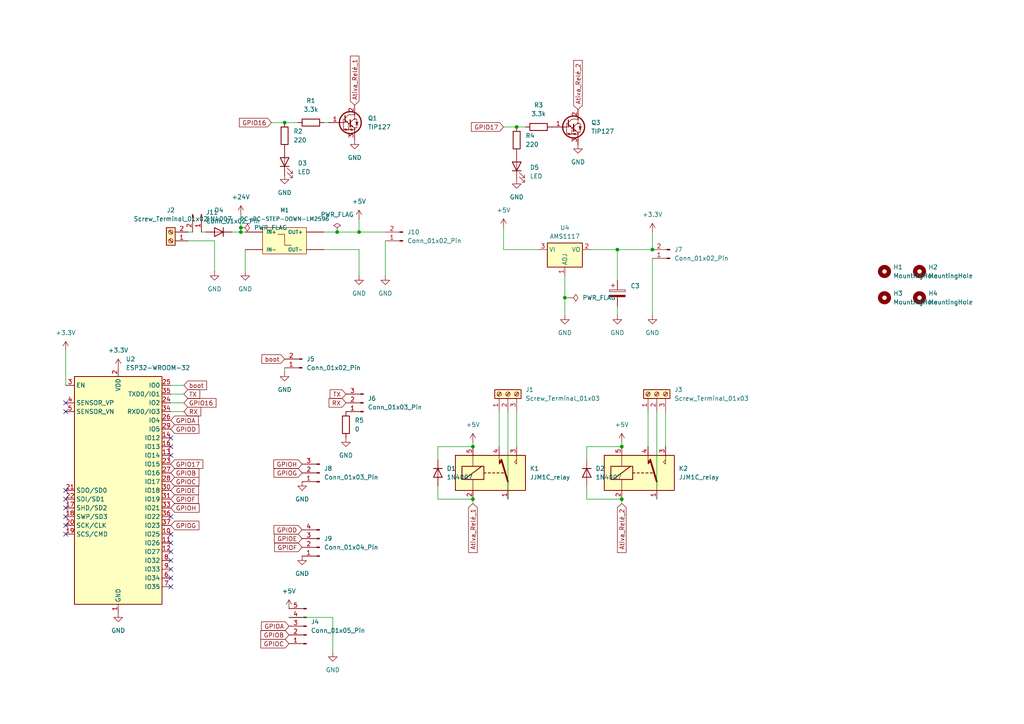
<source format=kicad_sch>
(kicad_sch (version 20231120) (generator "eeschema") (generator_version "8.0")
  (paper "A4")
  (lib_symbols
    (symbol "Benzlab:DC-DC-STEP-DOWN-LM2596" (pin_numbers hide) (pin_names (offset 1.016))
      (property "Reference" "M" (at -12.7 8.255 0))
      (property "Value" "DC-DC-STEP-DOWN-LM2596" (at -12.7 6.35 0))
      (symbol "DC-DC-STEP-DOWN-LM2596_1_1"
        (rectangle (start -6.35 3.81) (end 6.35 -3.81) (fill (type background)))
        (polyline (pts (xy -1.905 1.905) (xy 0 1.905) (xy 0 -1.27) (xy 1.905 -1.27)))
        (pin bidirectional line (at -11.43 2.54 0) (length 5.08) (name "IN+") (number "IN+"))
        (pin bidirectional line (at -11.43 -2.54 0) (length 5.08) (name "IN-") (number "IN-"))
        (pin bidirectional line (at 11.43 2.54 180) (length 5.08) (name "OUT+") (number "OUT+"))
        (pin bidirectional line (at 11.43 -2.54 180) (length 5.08) (name "OUT-") (number "OUT-"))
      )
    )
    (symbol "Benzlab:JJM1C_relay"
      (property "Reference" "K" (at 11.43 3.81 0))
      (property "Value" "JJM1C_relay" (at 11.43 1.27 0))
      (symbol "JJM1C_relay_0_0"
        (polyline (pts (xy 7.62 5.08) (xy 7.62 2.54) (xy 6.985 3.175) (xy 7.62 3.81)))
      )
      (symbol "JJM1C_relay_0_1"
        (rectangle (start -10.16 5.08) (end 10.16 -5.08) (stroke (width 0.254)) (fill (type background)))
        (rectangle (start -8.255 1.905) (end -1.905 -1.905) (stroke (width 0.254)))
        (polyline (pts (xy -7.62 -1.905) (xy -2.54 1.905)) (stroke (width 0.254)))
        (polyline (pts (xy -5.08 -5.08) (xy -5.08 -1.905)))
        (polyline (pts (xy -5.08 5.08) (xy -5.08 1.905)))
        (polyline (pts (xy -1.905 0) (xy -1.27 0)) (stroke (width 0.254)))
        (polyline (pts (xy -0.635 0) (xy 0 0)) (stroke (width 0.254)))
        (polyline (pts (xy 0.635 0) (xy 1.27 0)) (stroke (width 0.254)))
        (polyline (pts (xy 1.905 0) (xy 2.54 0)) (stroke (width 0.254)))
        (polyline (pts (xy 3.175 0) (xy 3.81 0)) (stroke (width 0.254)))
        (polyline (pts (xy 5.08 -2.54) (xy 3.175 3.81)) (stroke (width 0.508)))
        (polyline (pts (xy 5.08 -2.54) (xy 5.08 -5.08)))
      )
      (symbol "JJM1C_relay_1_1"
        (polyline (pts (xy 2.54 3.81) (xy 3.175 3.175) (xy 2.54 2.54) (xy 2.54 5.08)) (fill (type outline)))
        (pin passive line (at 5.08 -7.62 90) (length 2.54) (name "~") (number "1"))
        (pin passive line (at -5.08 -7.62 90) (length 2.54) (name "~") (number "2"))
        (pin passive line (at 7.62 7.62 270) (length 2.54) (name "~") (number "3"))
        (pin passive line (at 2.54 7.62 270) (length 2.54) (name "~") (number "4"))
        (pin passive line (at -5.08 7.62 270) (length 2.54) (name "~") (number "5"))
      )
    )
    (symbol "Connector:Conn_01x02_Pin" (pin_names (offset 1.016) hide)
      (property "Reference" "J" (at 0 2.54 0))
      (property "Value" "Conn_01x02_Pin" (at 0 -5.08 0))
      (symbol "Conn_01x02_Pin_1_1"
        (polyline (pts (xy 1.27 -2.54) (xy 0.8636 -2.54)) (stroke (width 0.1524)))
        (polyline (pts (xy 1.27 0) (xy 0.8636 0)) (stroke (width 0.1524)))
        (rectangle (start 0.8636 -2.413) (end 0 -2.667) (stroke (width 0.1524)) (fill (type outline)))
        (rectangle (start 0.8636 0.127) (end 0 -0.127) (stroke (width 0.1524)) (fill (type outline)))
        (pin passive line (at 5.08 0 180) (length 3.81) (name "Pin_1") (number "1"))
        (pin passive line (at 5.08 -2.54 180) (length 3.81) (name "Pin_2") (number "2"))
      )
    )
    (symbol "Connector:Conn_01x03_Pin" (pin_names (offset 1.016) hide)
      (property "Reference" "J" (at 0 5.08 0))
      (property "Value" "Conn_01x03_Pin" (at 0 -5.08 0))
      (symbol "Conn_01x03_Pin_1_1"
        (polyline (pts (xy 1.27 -2.54) (xy 0.8636 -2.54)) (stroke (width 0.1524)))
        (polyline (pts (xy 1.27 0) (xy 0.8636 0)) (stroke (width 0.1524)))
        (polyline (pts (xy 1.27 2.54) (xy 0.8636 2.54)) (stroke (width 0.1524)))
        (rectangle (start 0.8636 -2.413) (end 0 -2.667) (stroke (width 0.1524)) (fill (type outline)))
        (rectangle (start 0.8636 0.127) (end 0 -0.127) (stroke (width 0.1524)) (fill (type outline)))
        (rectangle (start 0.8636 2.667) (end 0 2.413) (stroke (width 0.1524)) (fill (type outline)))
        (pin passive line (at 5.08 2.54 180) (length 3.81) (name "Pin_1") (number "1"))
        (pin passive line (at 5.08 0 180) (length 3.81) (name "Pin_2") (number "2"))
        (pin passive line (at 5.08 -2.54 180) (length 3.81) (name "Pin_3") (number "3"))
      )
    )
    (symbol "Connector:Conn_01x04_Pin" (pin_names (offset 1.016) hide)
      (property "Reference" "J" (at 0 5.08 0))
      (property "Value" "Conn_01x04_Pin" (at 0 -7.62 0))
      (symbol "Conn_01x04_Pin_1_1"
        (polyline (pts (xy 1.27 -5.08) (xy 0.8636 -5.08)) (stroke (width 0.1524)))
        (polyline (pts (xy 1.27 -2.54) (xy 0.8636 -2.54)) (stroke (width 0.1524)))
        (polyline (pts (xy 1.27 0) (xy 0.8636 0)) (stroke (width 0.1524)))
        (polyline (pts (xy 1.27 2.54) (xy 0.8636 2.54)) (stroke (width 0.1524)))
        (rectangle (start 0.8636 -4.953) (end 0 -5.207) (stroke (width 0.1524)) (fill (type outline)))
        (rectangle (start 0.8636 -2.413) (end 0 -2.667) (stroke (width 0.1524)) (fill (type outline)))
        (rectangle (start 0.8636 0.127) (end 0 -0.127) (stroke (width 0.1524)) (fill (type outline)))
        (rectangle (start 0.8636 2.667) (end 0 2.413) (stroke (width 0.1524)) (fill (type outline)))
        (pin passive line (at 5.08 2.54 180) (length 3.81) (name "Pin_1") (number "1"))
        (pin passive line (at 5.08 0 180) (length 3.81) (name "Pin_2") (number "2"))
        (pin passive line (at 5.08 -2.54 180) (length 3.81) (name "Pin_3") (number "3"))
        (pin passive line (at 5.08 -5.08 180) (length 3.81) (name "Pin_4") (number "4"))
      )
    )
    (symbol "Connector:Conn_01x05_Pin" (pin_names (offset 1.016) hide)
      (property "Reference" "J" (at 0 7.62 0))
      (property "Value" "Conn_01x05_Pin" (at 0 -7.62 0))
      (symbol "Conn_01x05_Pin_1_1"
        (polyline (pts (xy 1.27 -5.08) (xy 0.8636 -5.08)) (stroke (width 0.1524)))
        (polyline (pts (xy 1.27 -2.54) (xy 0.8636 -2.54)) (stroke (width 0.1524)))
        (polyline (pts (xy 1.27 0) (xy 0.8636 0)) (stroke (width 0.1524)))
        (polyline (pts (xy 1.27 2.54) (xy 0.8636 2.54)) (stroke (width 0.1524)))
        (polyline (pts (xy 1.27 5.08) (xy 0.8636 5.08)) (stroke (width 0.1524)))
        (rectangle (start 0.8636 -4.953) (end 0 -5.207) (stroke (width 0.1524)) (fill (type outline)))
        (rectangle (start 0.8636 -2.413) (end 0 -2.667) (stroke (width 0.1524)) (fill (type outline)))
        (rectangle (start 0.8636 0.127) (end 0 -0.127) (stroke (width 0.1524)) (fill (type outline)))
        (rectangle (start 0.8636 2.667) (end 0 2.413) (stroke (width 0.1524)) (fill (type outline)))
        (rectangle (start 0.8636 5.207) (end 0 4.953) (stroke (width 0.1524)) (fill (type outline)))
        (pin passive line (at 5.08 5.08 180) (length 3.81) (name "Pin_1") (number "1"))
        (pin passive line (at 5.08 2.54 180) (length 3.81) (name "Pin_2") (number "2"))
        (pin passive line (at 5.08 0 180) (length 3.81) (name "Pin_3") (number "3"))
        (pin passive line (at 5.08 -2.54 180) (length 3.81) (name "Pin_4") (number "4"))
        (pin passive line (at 5.08 -5.08 180) (length 3.81) (name "Pin_5") (number "5"))
      )
    )
    (symbol "Connector:Screw_Terminal_01x02" (pin_names (offset 1.016) hide)
      (property "Reference" "J" (at 0 2.54 0))
      (property "Value" "Screw_Terminal_01x02" (at 0 -5.08 0))
      (symbol "Screw_Terminal_01x02_1_1"
        (rectangle (start -1.27 1.27) (end 1.27 -3.81) (stroke (width 0.254)) (fill (type background)))
        (circle (center 0 -2.54) (radius 0.635) (stroke (width 0.1524)))
        (polyline (pts (xy -0.5334 -2.2098) (xy 0.3302 -3.048)) (stroke (width 0.1524)))
        (polyline (pts (xy -0.5334 0.3302) (xy 0.3302 -0.508)) (stroke (width 0.1524)))
        (polyline (pts (xy -0.3556 -2.032) (xy 0.508 -2.8702)) (stroke (width 0.1524)))
        (polyline (pts (xy -0.3556 0.508) (xy 0.508 -0.3302)) (stroke (width 0.1524)))
        (circle (center 0 0) (radius 0.635) (stroke (width 0.1524)))
        (pin passive line (at -5.08 0 0) (length 3.81) (name "Pin_1") (number "1"))
        (pin passive line (at -5.08 -2.54 0) (length 3.81) (name "Pin_2") (number "2"))
      )
    )
    (symbol "Connector:Screw_Terminal_01x03" (pin_names (offset 1.016) hide)
      (property "Reference" "J" (at 0 5.08 0))
      (property "Value" "Screw_Terminal_01x03" (at 0 -5.08 0))
      (symbol "Screw_Terminal_01x03_1_1"
        (rectangle (start -1.27 3.81) (end 1.27 -3.81) (stroke (width 0.254)) (fill (type background)))
        (circle (center 0 -2.54) (radius 0.635) (stroke (width 0.1524)))
        (polyline (pts (xy -0.5334 -2.2098) (xy 0.3302 -3.048)) (stroke (width 0.1524)))
        (polyline (pts (xy -0.5334 0.3302) (xy 0.3302 -0.508)) (stroke (width 0.1524)))
        (polyline (pts (xy -0.5334 2.8702) (xy 0.3302 2.032)) (stroke (width 0.1524)))
        (polyline (pts (xy -0.3556 -2.032) (xy 0.508 -2.8702)) (stroke (width 0.1524)))
        (polyline (pts (xy -0.3556 0.508) (xy 0.508 -0.3302)) (stroke (width 0.1524)))
        (polyline (pts (xy -0.3556 3.048) (xy 0.508 2.2098)) (stroke (width 0.1524)))
        (circle (center 0 0) (radius 0.635) (stroke (width 0.1524)))
        (circle (center 0 2.54) (radius 0.635) (stroke (width 0.1524)))
        (pin passive line (at -5.08 2.54 0) (length 3.81) (name "Pin_1") (number "1"))
        (pin passive line (at -5.08 0 0) (length 3.81) (name "Pin_2") (number "2"))
        (pin passive line (at -5.08 -2.54 0) (length 3.81) (name "Pin_3") (number "3"))
      )
    )
    (symbol "Device:C_Polarized" (pin_numbers hide) (pin_names (offset 0.254))
      (property "Reference" "C" (at 0.635 2.54 0))
      (property "Value" "C_Polarized" (at 0.635 -2.54 0))
      (symbol "C_Polarized_0_1"
        (rectangle (start -2.286 0.508) (end 2.286 1.016))
        (polyline (pts (xy -1.778 2.286) (xy -0.762 2.286)))
        (polyline (pts (xy -1.27 2.794) (xy -1.27 1.778)))
        (rectangle (start 2.286 -0.508) (end -2.286 -1.016) (fill (type outline)))
      )
      (symbol "C_Polarized_1_1"
        (pin passive line (at 0 3.81 270) (length 2.794) (name "~") (number "1"))
        (pin passive line (at 0 -3.81 90) (length 2.794) (name "~") (number "2"))
      )
    )
    (symbol "Device:LED" (pin_numbers hide) (pin_names (offset 1.016) hide)
      (property "Reference" "D" (at 0 2.54 0))
      (property "Value" "LED" (at 0 -2.54 0))
      (symbol "LED_0_1"
        (polyline (pts (xy -1.27 -1.27) (xy -1.27 1.27)) (stroke (width 0.254)))
        (polyline (pts (xy -1.27 0) (xy 1.27 0)))
        (polyline (pts (xy 1.27 -1.27) (xy 1.27 1.27) (xy -1.27 0) (xy 1.27 -1.27)) (stroke (width 0.254)))
        (polyline (pts (xy -3.048 -0.762) (xy -4.572 -2.286) (xy -3.81 -2.286) (xy -4.572 -2.286) (xy -4.572 -1.524)))
        (polyline (pts (xy -1.778 -0.762) (xy -3.302 -2.286) (xy -2.54 -2.286) (xy -3.302 -2.286) (xy -3.302 -1.524)))
      )
      (symbol "LED_1_1"
        (pin passive line (at -3.81 0 0) (length 2.54) (name "K") (number "1"))
        (pin passive line (at 3.81 0 180) (length 2.54) (name "A") (number "2"))
      )
    )
    (symbol "Device:R" (pin_numbers hide) (pin_names (offset 0))
      (property "Reference" "R" (at 2.032 0 90))
      (property "Value" "R" (at 0 0 90))
      (symbol "R_0_1"
        (rectangle (start -1.016 -2.54) (end 1.016 2.54) (stroke (width 0.254)))
      )
      (symbol "R_1_1"
        (pin passive line (at 0 3.81 270) (length 1.27) (name "~") (number "1"))
        (pin passive line (at 0 -3.81 90) (length 1.27) (name "~") (number "2"))
      )
    )
    (symbol "Diode:1N4007" (pin_numbers hide) (pin_names hide)
      (property "Reference" "D" (at 0 2.54 0))
      (property "Value" "1N4007" (at 0 -2.54 0))
      (symbol "1N4007_0_1"
        (polyline (pts (xy -1.27 1.27) (xy -1.27 -1.27)) (stroke (width 0.254)))
        (polyline (pts (xy 1.27 0) (xy -1.27 0)))
        (polyline (pts (xy 1.27 1.27) (xy 1.27 -1.27) (xy -1.27 0) (xy 1.27 1.27)) (stroke (width 0.254)))
      )
      (symbol "1N4007_1_1"
        (pin passive line (at -3.81 0 0) (length 2.54) (name "K") (number "1"))
        (pin passive line (at 3.81 0 180) (length 2.54) (name "A") (number "2"))
      )
    )
    (symbol "Mechanical:MountingHole" (pin_names (offset 1.016)) (exclude_from_sim yes) (in_bom no)
      (property "Reference" "H" (at 0 5.08 0))
      (property "Value" "MountingHole" (at 0 3.175 0))
      (symbol "MountingHole_0_1"
        (circle (center 0 0) (radius 1.27) (stroke (width 1.27)))
      )
    )
    (symbol "RF_Module:ESP32-WROOM-32"
      (property "Reference" "U" (at -12.7 34.29 0))
      (property "Value" "ESP32-WROOM-32" (at 1.27 34.29 0))
      (symbol "ESP32-WROOM-32_0_1"
        (rectangle (start -12.7 33.02) (end 12.7 -33.02) (stroke (width 0.254)) (fill (type background)))
      )
      (symbol "ESP32-WROOM-32_1_1"
        (pin power_in line (at 0 -35.56 90) (length 2.54) (name "GND") (number "1"))
        (pin bidirectional line (at 15.24 -12.7 180) (length 2.54) (name "IO25") (number "10"))
        (pin bidirectional line (at 15.24 -15.24 180) (length 2.54) (name "IO26") (number "11"))
        (pin bidirectional line (at 15.24 -17.78 180) (length 2.54) (name "IO27") (number "12"))
        (pin bidirectional line (at 15.24 10.16 180) (length 2.54) (name "IO14") (number "13"))
        (pin bidirectional line (at 15.24 15.24 180) (length 2.54) (name "IO12") (number "14"))
        (pin passive line (at 0 -35.56 90) (length 2.54) hide (name "GND") (number "15"))
        (pin bidirectional line (at 15.24 12.7 180) (length 2.54) (name "IO13") (number "16"))
        (pin bidirectional line (at -15.24 -5.08 0) (length 2.54) (name "SHD/SD2") (number "17"))
        (pin bidirectional line (at -15.24 -7.62 0) (length 2.54) (name "SWP/SD3") (number "18"))
        (pin bidirectional line (at -15.24 -12.7 0) (length 2.54) (name "SCS/CMD") (number "19"))
        (pin power_in line (at 0 35.56 270) (length 2.54) (name "VDD") (number "2"))
        (pin bidirectional line (at -15.24 -10.16 0) (length 2.54) (name "SCK/CLK") (number "20"))
        (pin bidirectional line (at -15.24 0 0) (length 2.54) (name "SDO/SD0") (number "21"))
        (pin bidirectional line (at -15.24 -2.54 0) (length 2.54) (name "SDI/SD1") (number "22"))
        (pin bidirectional line (at 15.24 7.62 180) (length 2.54) (name "IO15") (number "23"))
        (pin bidirectional line (at 15.24 25.4 180) (length 2.54) (name "IO2") (number "24"))
        (pin bidirectional line (at 15.24 30.48 180) (length 2.54) (name "IO0") (number "25"))
        (pin bidirectional line (at 15.24 20.32 180) (length 2.54) (name "IO4") (number "26"))
        (pin bidirectional line (at 15.24 5.08 180) (length 2.54) (name "IO16") (number "27"))
        (pin bidirectional line (at 15.24 2.54 180) (length 2.54) (name "IO17") (number "28"))
        (pin bidirectional line (at 15.24 17.78 180) (length 2.54) (name "IO5") (number "29"))
        (pin input line (at -15.24 30.48 0) (length 2.54) (name "EN") (number "3"))
        (pin bidirectional line (at 15.24 0 180) (length 2.54) (name "IO18") (number "30"))
        (pin bidirectional line (at 15.24 -2.54 180) (length 2.54) (name "IO19") (number "31"))
        (pin no_connect line (at -12.7 -27.94 0) (length 2.54) hide (name "NC") (number "32"))
        (pin bidirectional line (at 15.24 -5.08 180) (length 2.54) (name "IO21") (number "33"))
        (pin bidirectional line (at 15.24 22.86 180) (length 2.54) (name "RXD0/IO3") (number "34"))
        (pin bidirectional line (at 15.24 27.94 180) (length 2.54) (name "TXD0/IO1") (number "35"))
        (pin bidirectional line (at 15.24 -7.62 180) (length 2.54) (name "IO22") (number "36"))
        (pin bidirectional line (at 15.24 -10.16 180) (length 2.54) (name "IO23") (number "37"))
        (pin passive line (at 0 -35.56 90) (length 2.54) hide (name "GND") (number "38"))
        (pin passive line (at 0 -35.56 90) (length 2.54) hide (name "GND") (number "39"))
        (pin input line (at -15.24 25.4 0) (length 2.54) (name "SENSOR_VP") (number "4"))
        (pin input line (at -15.24 22.86 0) (length 2.54) (name "SENSOR_VN") (number "5"))
        (pin input line (at 15.24 -25.4 180) (length 2.54) (name "IO34") (number "6"))
        (pin input line (at 15.24 -27.94 180) (length 2.54) (name "IO35") (number "7"))
        (pin bidirectional line (at 15.24 -20.32 180) (length 2.54) (name "IO32") (number "8"))
        (pin bidirectional line (at 15.24 -22.86 180) (length 2.54) (name "IO33") (number "9"))
      )
    )
    (symbol "Regulator_Linear:AMS1117"
      (property "Reference" "U" (at -3.81 3.175 0))
      (property "Value" "AMS1117" (at 0 3.175 0))
      (symbol "AMS1117_0_1"
        (rectangle (start -5.08 -5.08) (end 5.08 1.905) (stroke (width 0.254)) (fill (type background)))
      )
      (symbol "AMS1117_1_1"
        (pin input line (at 0 -7.62 90) (length 2.54) (name "ADJ") (number "1"))
        (pin power_out line (at 7.62 0 180) (length 2.54) (name "VO") (number "2"))
        (pin power_in line (at -7.62 0 0) (length 2.54) (name "VI") (number "3"))
      )
    )
    (symbol "Transistor_BJT:TIP127" (pin_names (offset 0) hide)
      (property "Reference" "Q" (at 5.08 1.905 0))
      (property "Value" "TIP127" (at 5.08 0 0))
      (symbol "TIP127_0_1"
        (circle (center -0.762 0) (radius 0.127))
        (polyline (pts (xy -1.27 0) (xy -0.889 0)))
        (polyline (pts (xy 2.54 -2.032) (xy 2.54 -2.54)))
        (polyline (pts (xy 2.54 -1.524) (xy 3.175 -1.524)))
        (polyline (pts (xy 2.794 -0.635) (xy 3.556 -0.635)))
        (polyline (pts (xy 3.175 -1.524) (xy 3.175 -0.635)))
        (polyline (pts (xy 3.175 0.127) (xy 3.175 1.016)))
        (polyline (pts (xy 3.175 1.016) (xy 2.54 1.016)))
        (polyline (pts (xy -0.254 0.762) (xy 0.762 -0.254) (xy 1.27 -0.254)))
        (polyline (pts (xy -0.254 1.016) (xy -0.762 1.016) (xy -0.762 -2.032)))
        (polyline (pts (xy -0.254 1.27) (xy 0.762 2.286) (xy 2.54 2.286)))
        (polyline (pts (xy -0.254 2.032) (xy -0.254 0) (xy -0.254 0)) (stroke (width 0.3048)))
        (polyline (pts (xy 1.27 0.762) (xy 1.27 -1.27) (xy 1.27 -1.27)) (stroke (width 0.381)))
        (polyline (pts (xy 0 0.508) (xy 0.254 0) (xy 0.508 0.254) (xy 0 0.508)))
        (polyline (pts (xy 1.27 -0.508) (xy 2.286 -1.524) (xy 2.54 -1.524) (xy 2.54 -2.032)))
        (polyline (pts (xy 1.27 0) (xy 2.286 1.016) (xy 2.54 1.016) (xy 2.54 2.286)))
        (polyline (pts (xy 1.524 -0.762) (xy 1.778 -1.27) (xy 2.032 -1.016) (xy 1.524 -0.762)))
        (polyline (pts (xy 3.175 -0.635) (xy 2.794 0.127) (xy 3.556 0.127) (xy 3.175 -0.635)) (fill (type outline)))
        (polyline (pts (xy 0.762 -2.032) (xy 0.381 -2.032) (xy 0.254 -2.286) (xy 0.127 -1.778) (xy 0 -2.286) (xy -0.127 -1.778) (xy -0.254 -2.286) (xy -0.381 -1.778) (xy -0.508 -2.032) (xy -0.762 -2.032)))
        (polyline (pts (xy 0.762 -0.254) (xy 0.762 -2.032) (xy 1.143 -2.032) (xy 1.27 -1.778) (xy 1.397 -2.286) (xy 1.524 -1.778) (xy 1.651 -2.286) (xy 1.778 -1.778) (xy 1.905 -2.286) (xy 2.032 -2.032) (xy 2.54 -2.032)))
        (circle (center 0.762 -2.032) (radius 0.127))
        (circle (center 0.762 -0.254) (radius 0.127))
        (circle (center 1.27 0) (radius 3.175) (stroke (width 0.3556)))
        (circle (center 2.54 -2.032) (radius 0.127))
        (circle (center 2.54 -1.524) (radius 0.127))
        (circle (center 2.54 1.016) (radius 0.127))
        (circle (center 2.54 2.286) (radius 0.127))
      )
      (symbol "TIP127_1_1"
        (pin input line (at -5.08 0 0) (length 3.81) (name "B") (number "1"))
        (pin passive line (at 2.54 5.08 270) (length 2.667) (name "C") (number "2"))
        (pin passive line (at 2.54 -5.08 90) (length 2.54) (name "E") (number "3"))
      )
    )
    (symbol "power:+24V" (power) (pin_numbers hide) (pin_names (offset 0) hide)
      (property "Value" "+24V" (at 0 3.556 0))
      (symbol "+24V_0_1"
        (polyline (pts (xy -0.762 1.27) (xy 0 2.54)))
        (polyline (pts (xy 0 0) (xy 0 2.54)))
        (polyline (pts (xy 0 2.54) (xy 0.762 1.27)))
      )
      (symbol "+24V_1_1"
        (pin power_in line (at 0 0 90) (length 0) (name "~") (number "1"))
      )
    )
    (symbol "power:+3.3V" (power) (pin_numbers hide) (pin_names (offset 0) hide)
      (property "Value" "+3.3V" (at 0 3.556 0))
      (symbol "+3.3V_0_1"
        (polyline (pts (xy -0.762 1.27) (xy 0 2.54)))
        (polyline (pts (xy 0 0) (xy 0 2.54)))
        (polyline (pts (xy 0 2.54) (xy 0.762 1.27)))
      )
      (symbol "+3.3V_1_1"
        (pin power_in line (at 0 0 90) (length 0) (name "~") (number "1"))
      )
    )
    (symbol "power:+5V" (power) (pin_numbers hide) (pin_names (offset 0) hide)
      (property "Value" "+5V" (at 0 3.556 0))
      (symbol "+5V_0_1"
        (polyline (pts (xy -0.762 1.27) (xy 0 2.54)))
        (polyline (pts (xy 0 0) (xy 0 2.54)))
        (polyline (pts (xy 0 2.54) (xy 0.762 1.27)))
      )
      (symbol "+5V_1_1"
        (pin power_in line (at 0 0 90) (length 0) (name "~") (number "1"))
      )
    )
    (symbol "power:GND" (power) (pin_numbers hide) (pin_names (offset 0) hide)
      (property "Value" "GND" (at 0 -3.81 0))
      (symbol "GND_0_1"
        (polyline (pts (xy 0 0) (xy 0 -1.27) (xy 1.27 -1.27) (xy 0 -2.54) (xy -1.27 -1.27) (xy 0 -1.27)))
      )
      (symbol "GND_1_1"
        (pin power_in line (at 0 0 270) (length 0) (name "~") (number "1"))
      )
    )
    (symbol "power:PWR_FLAG" (power) (pin_numbers hide) (pin_names (offset 0) hide)
      (property "Value" "PWR_FLAG" (at 0 3.81 0))
      (symbol "PWR_FLAG_0_0"
        (pin power_out line (at 0 0 90) (length 0) (name "~") (number "1"))
      )
      (symbol "PWR_FLAG_0_1"
        (polyline (pts (xy 0 0) (xy 0 1.27) (xy -1.016 1.905) (xy 0 2.54) (xy 1.016 1.905) (xy 0 1.27)))
      )
    )
  )
  (junction (at 180.34 129.54))
  (junction (at 179.07 72.39))
  (junction (at 97.79 67.31))
  (junction (at 104.14 67.31))
  (junction (at 69.85 67.31))
  (junction (at 137.16 144.78))
  (junction (at 137.16 129.54))
  (junction (at 69.85 66.04))
  (junction (at 149.86 36.83))
  (junction (at 82.55 35.56))
  (junction (at 189.23 72.39))
  (junction (at 180.34 144.78))
  (junction (at 163.83 86.36))
  (no_connect (at 19.05 147.32))
  (no_connect (at 49.53 129.54))
  (no_connect (at 49.53 127))
  (no_connect (at 49.53 160.02))
  (no_connect (at 49.53 149.86))
  (no_connect (at 49.53 167.64))
  (no_connect (at 19.05 144.78))
  (no_connect (at 49.53 165.1))
  (no_connect (at 49.53 157.48))
  (no_connect (at 19.05 149.86))
  (no_connect (at 19.05 142.24))
  (no_connect (at 19.05 116.84))
  (no_connect (at 49.53 162.56))
  (no_connect (at 19.05 152.4))
  (no_connect (at 49.53 170.18))
  (no_connect (at 19.05 154.94))
  (no_connect (at 49.53 154.94))
  (no_connect (at 49.53 132.08))
  (no_connect (at 19.05 119.38))
  (wire (pts (xy 193.04 119.38) (xy 193.04 129.54)))
  (wire (pts (xy 180.34 144.78) (xy 170.18 144.78)))
  (wire (pts (xy 189.23 67.31) (xy 189.23 72.39)))
  (wire (pts (xy 170.18 144.78) (xy 170.18 140.97)))
  (wire (pts (xy 147.32 119.38) (xy 147.32 144.78)))
  (wire (pts (xy 163.83 80.01) (xy 163.83 86.36)))
  (wire (pts (xy 58.42 67.31) (xy 59.69 67.31)))
  (wire (pts (xy 69.85 67.31) (xy 71.12 67.31)))
  (wire (pts (xy 179.07 72.39) (xy 189.23 72.39)))
  (wire (pts (xy 137.16 146.05) (xy 137.16 144.78)))
  (wire (pts (xy 170.18 129.54) (xy 180.34 129.54)))
  (wire (pts (xy 146.05 66.04) (xy 146.05 72.39)))
  (wire (pts (xy 93.98 72.39) (xy 104.14 72.39)))
  (wire (pts (xy 189.23 91.44) (xy 189.23 74.93)))
  (wire (pts (xy 69.85 62.23) (xy 69.85 66.04)))
  (wire (pts (xy 69.85 66.04) (xy 69.85 67.31)))
  (wire (pts (xy 53.34 119.38) (xy 49.53 119.38)))
  (wire (pts (xy 111.76 80.01) (xy 111.76 69.85)))
  (wire (pts (xy 53.34 111.76) (xy 49.53 111.76)))
  (wire (pts (xy 104.14 72.39) (xy 104.14 80.01)))
  (wire (pts (xy 54.61 67.31) (xy 55.88 67.31)))
  (wire (pts (xy 71.12 78.74) (xy 71.12 72.39)))
  (wire (pts (xy 137.16 144.78) (xy 127 144.78)))
  (wire (pts (xy 93.98 67.31) (xy 97.79 67.31)))
  (wire (pts (xy 82.55 107.95) (xy 82.55 106.68)))
  (wire (pts (xy 180.34 146.05) (xy 180.34 144.78)))
  (wire (pts (xy 62.23 69.85) (xy 62.23 78.74)))
  (wire (pts (xy 53.34 116.84) (xy 49.53 116.84)))
  (wire (pts (xy 137.16 128.27) (xy 137.16 129.54)))
  (wire (pts (xy 170.18 133.35) (xy 170.18 129.54)))
  (wire (pts (xy 96.52 179.07) (xy 83.82 179.07)))
  (wire (pts (xy 190.5 119.38) (xy 190.5 144.78)))
  (wire (pts (xy 82.55 35.56) (xy 86.36 35.56)))
  (wire (pts (xy 104.14 63.5) (xy 104.14 67.31)))
  (wire (pts (xy 54.61 69.85) (xy 62.23 69.85)))
  (wire (pts (xy 165.1 86.36) (xy 163.83 86.36)))
  (wire (pts (xy 146.05 36.83) (xy 149.86 36.83)))
  (wire (pts (xy 97.79 67.31) (xy 104.14 67.31)))
  (wire (pts (xy 187.96 119.38) (xy 187.96 129.54)))
  (wire (pts (xy 78.74 35.56) (xy 82.55 35.56)))
  (wire (pts (xy 67.31 67.31) (xy 69.85 67.31)))
  (wire (pts (xy 180.34 128.27) (xy 180.34 129.54)))
  (wire (pts (xy 144.78 119.38) (xy 144.78 129.54)))
  (wire (pts (xy 179.07 72.39) (xy 179.07 81.28)))
  (wire (pts (xy 127 133.35) (xy 127 129.54)))
  (wire (pts (xy 96.52 189.23) (xy 96.52 179.07)))
  (wire (pts (xy 53.34 114.3) (xy 49.53 114.3)))
  (wire (pts (xy 127 144.78) (xy 127 140.97)))
  (wire (pts (xy 149.86 36.83) (xy 152.4 36.83)))
  (wire (pts (xy 146.05 72.39) (xy 156.21 72.39)))
  (wire (pts (xy 104.14 67.31) (xy 111.76 67.31)))
  (wire (pts (xy 19.05 101.6) (xy 19.05 111.76)))
  (wire (pts (xy 179.07 91.44) (xy 179.07 88.9)))
  (wire (pts (xy 93.98 35.56) (xy 95.25 35.56)))
  (wire (pts (xy 163.83 86.36) (xy 163.83 91.44)))
  (wire (pts (xy 149.86 119.38) (xy 149.86 129.54)))
  (wire (pts (xy 171.45 72.39) (xy 179.07 72.39)))
  (wire (pts (xy 127 129.54) (xy 137.16 129.54)))
  (global_label "GPIOG" (shape input) (at 87.63 137.16 180) (property "Intersheetrefs" "${INTERSHEET_REFS}" (effects (hide yes))))
  (global_label "GPIOB" (shape input) (at 83.82 184.15 180) (property "Intersheetrefs" "${INTERSHEET_REFS}" (effects (hide yes))))
  (global_label "Ativa_Relé_1" (shape input) (at 137.16 146.05 270) (property "Intersheetrefs" "${INTERSHEET_REFS}" (effects (hide yes))))
  (global_label "GPIOF" (shape input) (at 87.63 158.75 180) (property "Intersheetrefs" "${INTERSHEET_REFS}" (effects (hide yes))))
  (global_label "GPIO16" (shape input) (at 78.74 35.56 180) (property "Intersheetrefs" "${INTERSHEET_REFS}" (effects (hide yes))))
  (global_label "GPIO17" (shape input) (at 146.05 36.83 180) (property "Intersheetrefs" "${INTERSHEET_REFS}" (effects (hide yes))))
  (global_label "GPIOD" (shape input) (at 87.63 153.67 180) (property "Intersheetrefs" "${INTERSHEET_REFS}" (effects (hide yes))))
  (global_label "GPIOB" (shape input) (at 49.53 137.16 0) (property "Intersheetrefs" "${INTERSHEET_REFS}" (effects (hide yes))))
  (global_label "boot" (shape input) (at 82.55 104.14 180) (property "Intersheetrefs" "${INTERSHEET_REFS}" (effects (hide yes))))
  (global_label "RX" (shape input) (at 100.33 116.84 180) (property "Intersheetrefs" "${INTERSHEET_REFS}" (effects (hide yes))))
  (global_label "GPIOE" (shape input) (at 49.53 142.24 0) (property "Intersheetrefs" "${INTERSHEET_REFS}" (effects (hide yes))))
  (global_label "GPIO16" (shape input) (at 53.34 116.84 0) (property "Intersheetrefs" "${INTERSHEET_REFS}" (effects (hide yes))))
  (global_label "GPIOH" (shape input) (at 87.63 134.62 180) (property "Intersheetrefs" "${INTERSHEET_REFS}" (effects (hide yes))))
  (global_label "GPIOH" (shape input) (at 49.53 147.32 0) (property "Intersheetrefs" "${INTERSHEET_REFS}" (effects (hide yes))))
  (global_label "TX" (shape input) (at 100.33 114.3 180) (property "Intersheetrefs" "${INTERSHEET_REFS}" (effects (hide yes))))
  (global_label "GPIOA" (shape input) (at 83.82 181.61 180) (property "Intersheetrefs" "${INTERSHEET_REFS}" (effects (hide yes))))
  (global_label "GPIO17" (shape input) (at 49.53 134.62 0) (property "Intersheetrefs" "${INTERSHEET_REFS}" (effects (hide yes))))
  (global_label "Ativa_Relé_2" (shape input) (at 180.34 146.05 270) (property "Intersheetrefs" "${INTERSHEET_REFS}" (effects (hide yes))))
  (global_label "Ativa_Relé_1" (shape input) (at 102.87 30.48 90) (property "Intersheetrefs" "${INTERSHEET_REFS}" (effects (hide yes))))
  (global_label "GPIOC" (shape input) (at 49.53 139.7 0) (property "Intersheetrefs" "${INTERSHEET_REFS}" (effects (hide yes))))
  (global_label "GPIOA" (shape input) (at 49.53 121.92 0) (property "Intersheetrefs" "${INTERSHEET_REFS}" (effects (hide yes))))
  (global_label "TX" (shape input) (at 53.34 114.3 0) (property "Intersheetrefs" "${INTERSHEET_REFS}" (effects (hide yes))))
  (global_label "RX" (shape input) (at 53.34 119.38 0) (property "Intersheetrefs" "${INTERSHEET_REFS}" (effects (hide yes))))
  (global_label "GPIOG" (shape input) (at 49.53 152.4 0) (property "Intersheetrefs" "${INTERSHEET_REFS}" (effects (hide yes))))
  (global_label "Ativa_Relé_2" (shape input) (at 167.64 31.75 90) (property "Intersheetrefs" "${INTERSHEET_REFS}" (effects (hide yes))))
  (global_label "GPIOC" (shape input) (at 83.82 186.69 180) (property "Intersheetrefs" "${INTERSHEET_REFS}" (effects (hide yes))))
  (global_label "GPIOE" (shape input) (at 87.63 156.21 180) (property "Intersheetrefs" "${INTERSHEET_REFS}" (effects (hide yes))))
  (global_label "GPIOF" (shape input) (at 49.53 144.78 0) (property "Intersheetrefs" "${INTERSHEET_REFS}" (effects (hide yes))))
  (global_label "boot" (shape input) (at 53.34 111.76 0) (property "Intersheetrefs" "${INTERSHEET_REFS}" (effects (hide yes))))
  (global_label "GPIOD" (shape input) (at 49.53 124.46 0) (property "Intersheetrefs" "${INTERSHEET_REFS}" (effects (hide yes))))
  (symbol (lib_id "power:GND") (at 102.87 40.64 0) (unit 1)
    (property "Reference" "#PWR06" (effects (hide yes)))
    (property "Value" "GND" (at 102.87 45.72 0))
    (property "Description" "Power symbol creates a global label with name \"GND\" , ground" (effects (hide yes)))
  )
  (symbol (lib_id "power:GND") (at 167.64 41.91 0) (unit 1)
    (property "Reference" "#PWR022" (effects (hide yes)))
    (property "Value" "GND" (at 167.64 46.99 0))
    (property "Description" "Power symbol creates a global label with name \"GND\" , ground" (effects (hide yes)))
  )
  (symbol (lib_id "power:PWR_FLAG") (at 69.85 66.04 270) (unit 1)
    (property "Reference" "#FLG01" (effects (hide yes)))
    (property "Value" "PWR_FLAG" (at 73.66 66.0399 90) (effects (justify left)))
    (property "Description" "Special symbol for telling ERC where power comes from" (effects (hide yes)))
  )
  (symbol (lib_id "power:+24V") (at 69.85 62.23 0) (unit 1)
    (property "Reference" "#PWR020" (effects (hide yes)))
    (property "Value" "+24V" (at 69.85 57.15 0))
    (property "Description" "Power symbol creates a global label with name \"+24V\"" (effects (hide yes)))
  )
  (symbol (lib_id "power:GND") (at 189.23 91.44 0) (unit 1)
    (property "Reference" "#PWR019" (effects (hide yes)))
    (property "Value" "GND" (at 189.23 96.52 0))
    (property "Description" "Power symbol creates a global label with name \"GND\" , ground" (effects (hide yes)))
  )
  (symbol (lib_id "Diode:1N4007") (at 63.5 67.31 180) (unit 1)
    (property "Reference" "D4" (at 63.5 60.96 0))
    (property "Value" "1N4007" (at 63.5 63.5 0))
    (property "Footprint" "Diode_THT:D_DO-41_SOD81_P10.16mm_Horizontal" (effects (hide yes)))
    (property "Datasheet" "http://www.vishay.com/docs/88503/1n4001.pdf" (effects (hide yes)))
    (property "Description" "1000V 1A General Purpose Rectifier Diode, DO-41" (effects (hide yes)))
    (property "Sim.Device" "D" (effects (hide yes)))
    (property "Sim.Pins" "1=K 2=A" (effects (hide yes)))
  )
  (symbol (lib_id "Connector:Conn_01x05_Pin") (at 88.9 181.61 180) (unit 1)
    (property "Reference" "J4" (at 90.17 180.3399 0) (effects (justify right)))
    (property "Value" "Conn_01x05_Pin" (at 90.17 182.8799 0) (effects (justify right)))
    (property "Footprint" "Connector_PinSocket_2.54mm:PinSocket_1x05_P2.54mm_Vertical" (effects (hide yes)))
    (property "Description" "Generic connector, single row, 01x05, script generated" (effects (hide yes)))
  )
  (symbol (lib_id "Transistor_BJT:TIP127") (at 100.33 35.56 0) (unit 1)
    (property "Reference" "Q1" (at 106.68 34.2899 0) (effects (justify left)))
    (property "Value" "TIP127" (at 106.68 36.8299 0) (effects (justify left)))
    (property "Footprint" "Package_TO_SOT_THT:TO-220-3_Vertical" (effects (hide yes)))
    (property "Datasheet" "https://www.onsemi.com/pub/Collateral/TIP120-D.PDF" (effects (hide yes)))
    (property "Description" "5A Ic, 100V Vce, Silicon Darlington Power PNP Transistor, TO-220" (effects (hide yes)))
  )
  (symbol (lib_id "power:+3.3V") (at 189.23 67.31 0) (unit 1)
    (property "Reference" "#PWR014" (effects (hide yes)))
    (property "Value" "+3.3V" (at 189.23 62.23 0))
    (property "Description" "Power symbol creates a global label with name \"+3.3V\"" (effects (hide yes)))
  )
  (symbol (lib_id "Diode:1N4007") (at 127 137.16 270) (unit 1)
    (property "Reference" "D1" (at 129.54 135.8899 90) (effects (justify left)))
    (property "Value" "1N4007" (at 129.54 138.4299 90) (effects (justify left)))
    (property "Footprint" "Diode_THT:D_DO-41_SOD81_P10.16mm_Horizontal" (effects (hide yes)))
    (property "Datasheet" "http://www.vishay.com/docs/88503/1n4001.pdf" (effects (hide yes)))
    (property "Description" "1000V 1A General Purpose Rectifier Diode, DO-41" (effects (hide yes)))
    (property "Sim.Device" "D" (effects (hide yes)))
    (property "Sim.Pins" "1=K 2=A" (effects (hide yes)))
  )
  (symbol (lib_id "Mechanical:MountingHole") (at 256.54 86.36 0) (unit 1) (exclude_from_sim yes) (in_bom no)
    (property "Reference" "H3" (at 259.08 85.0899 0) (effects (justify left)))
    (property "Value" "MountingHole" (at 259.08 87.6299 0) (effects (justify left)))
    (property "Footprint" "MountingHole:MountingHole_3.2mm_M3_DIN965" (effects (hide yes)))
    (property "Description" "Mounting Hole without connection" (effects (hide yes)))
  )
  (symbol (lib_id "Device:C_Polarized") (at 179.07 85.09 0) (unit 1)
    (property "Reference" "C3" (at 182.88 82.9309 0) (effects (justify left)))
    (property "Value" "220uF" (effects (hide yes)))
    (property "Footprint" "Capacitor_THT:CP_Radial_D6.3mm_P2.50mm" (effects (hide yes)))
    (property "Description" "Polarized capacitor" (effects (hide yes)))
  )
  (symbol (lib_id "power:GND") (at 87.63 139.7 0) (unit 1)
    (property "Reference" "#PWR023" (effects (hide yes)))
    (property "Value" "GND" (at 87.63 144.78 0))
    (property "Description" "Power symbol creates a global label with name \"GND\" , ground" (effects (hide yes)))
  )
  (symbol (lib_id "Device:LED") (at 149.86 48.26 90) (unit 1)
    (property "Reference" "D5" (at 153.67 48.5774 90) (effects (justify right)))
    (property "Value" "LED" (at 153.67 51.1174 90) (effects (justify right)))
    (property "Footprint" "LED_THT:LED_D5.0mm_Clear" (effects (hide yes)))
    (property "Description" "Light emitting diode" (effects (hide yes)))
  )
  (symbol (lib_id "power:GND") (at 100.33 127 0) (unit 1)
    (property "Reference" "#PWR015" (effects (hide yes)))
    (property "Value" "GND" (at 100.33 132.08 0))
    (property "Description" "Power symbol creates a global label with name \"GND\" , ground" (effects (hide yes)))
  )
  (symbol (lib_id "power:GND") (at 62.23 78.74 0) (unit 1)
    (property "Reference" "#PWR08" (effects (hide yes)))
    (property "Value" "GND" (at 62.23 83.82 0))
    (property "Description" "Power symbol creates a global label with name \"GND\" , ground" (effects (hide yes)))
  )
  (symbol (lib_id "power:GND") (at 104.14 80.01 0) (unit 1)
    (property "Reference" "#PWR04" (effects (hide yes)))
    (property "Value" "GND" (at 104.14 85.09 0))
    (property "Description" "Power symbol creates a global label with name \"GND\" , ground" (effects (hide yes)))
  )
  (symbol (lib_id "power:+5V") (at 83.82 176.53 0) (unit 1)
    (property "Reference" "#PWR026" (effects (hide yes)))
    (property "Value" "+5V" (at 83.82 171.45 0))
    (property "Description" "Power symbol creates a global label with name \"+5V\"" (effects (hide yes)))
  )
  (symbol (lib_id "power:GND") (at 82.55 107.95 0) (unit 1)
    (property "Reference" "#PWR016" (effects (hide yes)))
    (property "Value" "GND" (at 82.55 113.03 0))
    (property "Description" "Power symbol creates a global label with name \"GND\" , ground" (effects (hide yes)))
  )
  (symbol (lib_id "power:PWR_FLAG") (at 97.79 67.31 0) (unit 1)
    (property "Reference" "#FLG03" (effects (hide yes)))
    (property "Value" "PWR_FLAG" (at 97.79 62.23 0))
    (property "Description" "Special symbol for telling ERC where power comes from" (effects (hide yes)))
  )
  (symbol (lib_id "Connector:Screw_Terminal_01x03") (at 147.32 114.3 90) (unit 1)
    (property "Reference" "J1" (at 152.4 113.0299 90) (effects (justify right)))
    (property "Value" "Screw_Terminal_01x03" (at 152.4 115.5699 90) (effects (justify right)))
    (property "Footprint" "TerminalBlock_MetzConnect:TerminalBlock_MetzConnect_Type011_RT05503HBWC_1x03_P5.00mm_Horizontal" (effects (hide yes)))
    (property "Description" "Generic screw terminal, single row, 01x03, script generated (kicad-library-utils/schlib/autogen/connector/)" (effects (hide yes)))
  )
  (symbol (lib_id "power:+5V") (at 146.05 66.04 0) (unit 1)
    (property "Reference" "#PWR010" (effects (hide yes)))
    (property "Value" "+5V" (at 146.05 60.96 0))
    (property "Description" "Power symbol creates a global label with name \"+5V\"" (effects (hide yes)))
  )
  (symbol (lib_id "power:GND") (at 82.55 50.8 0) (unit 1)
    (property "Reference" "#PWR01" (effects (hide yes)))
    (property "Value" "GND" (at 82.55 55.88 0))
    (property "Description" "Power symbol creates a global label with name \"GND\" , ground" (effects (hide yes)))
  )
  (symbol (lib_id "Regulator_Linear:AMS1117") (at 163.83 72.39 0) (unit 1)
    (property "Reference" "U4" (at 163.83 66.04 0))
    (property "Value" "AMS1117" (at 163.83 68.58 0))
    (property "Footprint" "Package_TO_SOT_SMD:SOT-223-3_TabPin2" (effects (hide yes)))
    (property "Datasheet" "http://www.advanced-monolithic.com/pdf/ds1117.pdf" (effects (hide yes)))
    (property "Description" "1A Low Dropout regulator, positive, adjustable output, SOT-223" (effects (hide yes)))
  )
  (symbol (lib_id "power:+5V") (at 104.14 63.5 0) (unit 1)
    (property "Reference" "#PWR05" (effects (hide yes)))
    (property "Value" "+5V" (at 104.14 58.42 0))
    (property "Description" "Power symbol creates a global label with name \"+5V\"" (effects (hide yes)))
  )
  (symbol (lib_id "Connector:Conn_01x02_Pin") (at 194.31 74.93 180) (unit 1)
    (property "Reference" "J7" (at 195.58 72.3899 0) (effects (justify right)))
    (property "Value" "Conn_01x02_Pin" (at 195.58 74.9299 0) (effects (justify right)))
    (property "Footprint" "Connector_PinHeader_2.54mm:PinHeader_1x02_P2.54mm_Vertical" (effects (hide yes)))
    (property "Description" "Generic connector, single row, 01x02, script generated" (effects (hide yes)))
  )
  (symbol (lib_id "Mechanical:MountingHole") (at 256.54 78.74 0) (unit 1) (exclude_from_sim yes) (in_bom no)
    (property "Reference" "H1" (at 259.08 77.4699 0) (effects (justify left)))
    (property "Value" "MountingHole" (at 259.08 80.0099 0) (effects (justify left)))
    (property "Footprint" "MountingHole:MountingHole_3.2mm_M3_DIN965" (effects (hide yes)))
    (property "Description" "Mounting Hole without connection" (effects (hide yes)))
  )
  (symbol (lib_id "power:+5V") (at 180.34 128.27 0) (unit 1)
    (property "Reference" "#PWR02" (effects (hide yes)))
    (property "Value" "+5V" (at 180.34 123.19 0))
    (property "Description" "Power symbol creates a global label with name \"+5V\"" (effects (hide yes)))
  )
  (symbol (lib_id "Connector:Screw_Terminal_01x02") (at 49.53 69.85 180) (unit 1)
    (property "Reference" "J2" (at 49.53 60.96 0))
    (property "Value" "Screw_Terminal_01x02" (at 49.53 63.5 0))
    (property "Footprint" "TerminalBlock_MetzConnect:TerminalBlock_MetzConnect_Type011_RT05502HBWC_1x02_P5.00mm_Horizontal" (effects (hide yes)))
    (property "Description" "Generic screw terminal, single row, 01x02, script generated (kicad-library-utils/schlib/autogen/connector/)" (effects (hide yes)))
  )
  (symbol (lib_id "power:GND") (at 111.76 80.01 0) (unit 1)
    (property "Reference" "#PWR021" (effects (hide yes)))
    (property "Value" "GND" (at 111.76 85.09 0))
    (property "Description" "Power symbol creates a global label with name \"GND\" , ground" (effects (hide yes)))
  )
  (symbol (lib_id "RF_Module:ESP32-WROOM-32") (at 34.29 142.24 0) (unit 1)
    (property "Reference" "U2" (at 36.4841 104.14 0) (effects (justify left)))
    (property "Value" "ESP32-WROOM-32" (at 36.4841 106.68 0) (effects (justify left)))
    (property "Footprint" "RF_Module:ESP32-WROOM-32" (effects (hide yes)))
    (property "Datasheet" "https://www.espressif.com/sites/default/files/documentation/esp32-wroom-32_datasheet_en.pdf" (effects (hide yes)))
    (property "Description" "RF Module, ESP32-D0WDQ6 SoC, Wi-Fi 802.11b/g/n, Bluetooth, BLE, 32-bit, 2.7-3.6V, onboard antenna, SMD" (effects (hide yes)))
  )
  (symbol (lib_id "Device:R") (at 149.86 40.64 180) (unit 1)
    (property "Reference" "R4" (at 152.4 39.3699 0) (effects (justify right)))
    (property "Value" "220" (at 152.4 41.9099 0) (effects (justify right)))
    (property "Footprint" "Resistor_THT:R_Axial_DIN0207_L6.3mm_D2.5mm_P10.16mm_Horizontal" (effects (hide yes)))
    (property "Description" "Resistor" (effects (hide yes)))
  )
  (symbol (lib_id "Device:R") (at 156.21 36.83 90) (unit 1)
    (property "Reference" "R3" (at 156.21 30.48 90))
    (property "Value" "3.3k" (at 156.21 33.02 90))
    (property "Footprint" "Resistor_THT:R_Axial_DIN0207_L6.3mm_D2.5mm_P10.16mm_Horizontal" (effects (hide yes)))
    (property "Description" "Resistor" (effects (hide yes)))
  )
  (symbol (lib_id "Benzlab:DC-DC-STEP-DOWN-LM2596") (at 82.55 69.85 0) (unit 1)
    (property "Reference" "M1" (at 82.55 60.96 0) (effects (font (size 1.143 1.143))))
    (property "Value" "DC-DC-STEP-DOWN-LM2596" (at 82.55 63.5 0) (effects (font (size 1.143 1.143))))
    (property "Footprint" "Benzlab:DC-DC-STEP-DOWN-LM2596" (effects (hide yes)))
  )
  (symbol (lib_id "Connector:Conn_01x02_Pin") (at 116.84 69.85 180) (unit 1)
    (property "Reference" "J10" (at 118.11 67.3099 0) (effects (justify right)))
    (property "Value" "Conn_01x02_Pin" (at 118.11 69.8499 0) (effects (justify right)))
    (property "Footprint" "Connector_PinHeader_2.54mm:PinHeader_1x02_P2.54mm_Vertical" (effects (hide yes)))
    (property "Description" "Generic connector, single row, 01x02, script generated" (effects (hide yes)))
  )
  (symbol (lib_id "Device:R") (at 90.17 35.56 90) (unit 1)
    (property "Reference" "R1" (at 90.17 29.21 90))
    (property "Value" "3.3k" (at 90.17 31.75 90))
    (property "Footprint" "Resistor_THT:R_Axial_DIN0207_L6.3mm_D2.5mm_P10.16mm_Horizontal" (effects (hide yes)))
    (property "Description" "Resistor" (effects (hide yes)))
  )
  (symbol (lib_id "power:+3.3V") (at 34.29 106.68 0) (unit 1)
    (property "Reference" "#PWR017" (effects (hide yes)))
    (property "Value" "+3.3V" (at 34.29 101.6 0))
    (property "Description" "Power symbol creates a global label with name \"+3.3V\"" (effects (hide yes)))
  )
  (symbol (lib_id "power:+3.3V") (at 19.05 101.6 0) (unit 1)
    (property "Reference" "#PWR018" (effects (hide yes)))
    (property "Value" "+3.3V" (at 19.05 96.52 0))
    (property "Description" "Power symbol creates a global label with name \"+3.3V\"" (effects (hide yes)))
  )
  (symbol (lib_id "Transistor_BJT:TIP127") (at 165.1 36.83 0) (unit 1)
    (property "Reference" "Q3" (at 171.45 35.5599 0) (effects (justify left)))
    (property "Value" "TIP127" (at 171.45 38.0999 0) (effects (justify left)))
    (property "Footprint" "Package_TO_SOT_THT:TO-220-3_Vertical" (effects (hide yes)))
    (property "Datasheet" "https://www.onsemi.com/pub/Collateral/TIP120-D.PDF" (effects (hide yes)))
    (property "Description" "5A Ic, 100V Vce, Silicon Darlington Power PNP Transistor, TO-220" (effects (hide yes)))
  )
  (symbol (lib_id "Connector:Conn_01x03_Pin") (at 105.41 116.84 180) (unit 1)
    (property "Reference" "J6" (at 106.68 115.5699 0) (effects (justify right)))
    (property "Value" "Conn_01x03_Pin" (at 106.68 118.1099 0) (effects (justify right)))
    (property "Footprint" "Connector_PinHeader_2.54mm:PinHeader_1x03_P2.54mm_Vertical" (effects (hide yes)))
    (property "Description" "Generic connector, single row, 01x03, script generated" (effects (hide yes)))
  )
  (symbol (lib_id "Device:R") (at 100.33 123.19 180) (unit 1)
    (property "Reference" "R5" (at 102.87 121.9199 0) (effects (justify right)))
    (property "Value" "0" (at 102.87 124.4599 0) (effects (justify right)))
    (property "Footprint" "Resistor_THT:R_Axial_DIN0204_L3.6mm_D1.6mm_P5.08mm_Vertical" (effects (hide yes)))
    (property "Description" "Resistor" (effects (hide yes)))
  )
  (symbol (lib_id "Diode:1N4007") (at 170.18 137.16 270) (unit 1)
    (property "Reference" "D2" (at 172.72 135.8899 90) (effects (justify left)))
    (property "Value" "1N4007" (at 172.72 138.4299 90) (effects (justify left)))
    (property "Footprint" "Diode_THT:D_DO-41_SOD81_P10.16mm_Horizontal" (effects (hide yes)))
    (property "Datasheet" "http://www.vishay.com/docs/88503/1n4001.pdf" (effects (hide yes)))
    (property "Description" "1000V 1A General Purpose Rectifier Diode, DO-41" (effects (hide yes)))
    (property "Sim.Device" "D" (effects (hide yes)))
    (property "Sim.Pins" "1=K 2=A" (effects (hide yes)))
  )
  (symbol (lib_id "power:+5V") (at 137.16 128.27 0) (unit 1)
    (property "Reference" "#PWR07" (effects (hide yes)))
    (property "Value" "+5V" (at 137.16 123.19 0))
    (property "Description" "Power symbol creates a global label with name \"+5V\"" (effects (hide yes)))
  )
  (symbol (lib_id "power:GND") (at 163.83 91.44 0) (unit 1)
    (property "Reference" "#PWR012" (effects (hide yes)))
    (property "Value" "GND" (at 163.83 96.52 0))
    (property "Description" "Power symbol creates a global label with name \"GND\" , ground" (effects (hide yes)))
  )
  (symbol (lib_id "Mechanical:MountingHole") (at 266.7 86.36 0) (unit 1) (exclude_from_sim yes) (in_bom no)
    (property "Reference" "H4" (at 269.24 85.0899 0) (effects (justify left)))
    (property "Value" "MountingHole" (at 269.24 87.6299 0) (effects (justify left)))
    (property "Footprint" "MountingHole:MountingHole_3.2mm_M3_DIN965" (effects (hide yes)))
    (property "Description" "Mounting Hole without connection" (effects (hide yes)))
  )
  (symbol (lib_id "power:GND") (at 179.07 91.44 0) (unit 1)
    (property "Reference" "#PWR013" (effects (hide yes)))
    (property "Value" "GND" (at 179.07 96.52 0))
    (property "Description" "Power symbol creates a global label with name \"GND\" , ground" (effects (hide yes)))
  )
  (symbol (lib_id "Device:LED") (at 82.55 46.99 90) (unit 1)
    (property "Reference" "D3" (at 86.36 47.3074 90) (effects (justify right)))
    (property "Value" "LED" (at 86.36 49.8474 90) (effects (justify right)))
    (property "Footprint" "LED_THT:LED_D5.0mm_Clear" (effects (hide yes)))
    (property "Description" "Light emitting diode" (effects (hide yes)))
  )
  (symbol (lib_id "power:GND") (at 96.52 189.23 0) (unit 1)
    (property "Reference" "#PWR025" (effects (hide yes)))
    (property "Value" "GND" (at 96.52 194.31 0))
    (property "Description" "Power symbol creates a global label with name \"GND\" , ground" (effects (hide yes)))
  )
  (symbol (lib_id "Device:R") (at 82.55 39.37 180) (unit 1)
    (property "Reference" "R2" (at 85.09 38.0999 0) (effects (justify right)))
    (property "Value" "220" (at 85.09 40.6399 0) (effects (justify right)))
    (property "Footprint" "Resistor_THT:R_Axial_DIN0207_L6.3mm_D2.5mm_P10.16mm_Horizontal" (effects (hide yes)))
    (property "Description" "Resistor" (effects (hide yes)))
  )
  (symbol (lib_id "power:GND") (at 149.86 52.07 0) (unit 1)
    (property "Reference" "#PWR09" (effects (hide yes)))
    (property "Value" "GND" (at 149.86 57.15 0))
    (property "Description" "Power symbol creates a global label with name \"GND\" , ground" (effects (hide yes)))
  )
  (symbol (lib_id "power:GND") (at 87.63 161.29 0) (unit 1)
    (property "Reference" "#PWR024" (effects (hide yes)))
    (property "Value" "GND" (at 87.63 166.37 0))
    (property "Description" "Power symbol creates a global label with name \"GND\" , ground" (effects (hide yes)))
  )
  (symbol (lib_id "Connector:Conn_01x04_Pin") (at 92.71 158.75 180) (unit 1)
    (property "Reference" "J9" (at 93.98 156.2099 0) (effects (justify right)))
    (property "Value" "Conn_01x04_Pin" (at 93.98 158.7499 0) (effects (justify right)))
    (property "Footprint" "Connector_PinHeader_2.54mm:PinHeader_1x04_P2.54mm_Vertical" (effects (hide yes)))
    (property "Description" "Generic connector, single row, 01x04, script generated" (effects (hide yes)))
  )
  (symbol (lib_id "Connector:Conn_01x02_Pin") (at 58.42 62.23 270) (unit 1)
    (property "Reference" "J11" (at 59.69 61.5949 90) (effects (justify left)))
    (property "Value" "Conn_01x02_Pin" (at 59.69 64.1349 90) (effects (justify left)))
    (property "Footprint" "Connector_PinHeader_2.54mm:PinHeader_1x02_P2.54mm_Vertical" (effects (hide yes)))
    (property "Description" "Generic connector, single row, 01x02, script generated" (effects (hide yes)))
  )
  (symbol (lib_id "Connector:Screw_Terminal_01x03") (at 190.5 114.3 90) (unit 1)
    (property "Reference" "J3" (at 195.58 113.0299 90) (effects (justify right)))
    (property "Value" "Screw_Terminal_01x03" (at 195.58 115.5699 90) (effects (justify right)))
    (property "Footprint" "TerminalBlock_MetzConnect:TerminalBlock_MetzConnect_Type011_RT05503HBWC_1x03_P5.00mm_Horizontal" (effects (hide yes)))
    (property "Description" "Generic screw terminal, single row, 01x03, script generated (kicad-library-utils/schlib/autogen/connector/)" (effects (hide yes)))
  )
  (symbol (lib_id "Benzlab:JJM1C_relay") (at 142.24 137.16 0) (unit 1)
    (property "Reference" "K1" (at 153.67 135.8899 0) (effects (justify left)))
    (property "Value" "JJM1C_relay" (at 153.67 138.4299 0) (effects (justify left)))
    (property "Footprint" "Benzlab:JJM1C_relay" (effects (hide yes)))
    (property "Description" "Sanyo SRD relay, Single Pole Miniature Power Relay," (effects (hide yes)))
  )
  (symbol (lib_id "power:GND") (at 34.29 177.8 0) (unit 1)
    (property "Reference" "#PWR011" (effects (hide yes)))
    (property "Value" "GND" (at 34.29 182.88 0))
    (property "Description" "Power symbol creates a global label with name \"GND\" , ground" (effects (hide yes)))
  )
  (symbol (lib_id "power:PWR_FLAG") (at 165.1 86.36 270) (unit 1)
    (property "Reference" "#FLG02" (effects (hide yes)))
    (property "Value" "PWR_FLAG" (at 168.91 86.3599 90) (effects (justify left)))
    (property "Description" "Special symbol for telling ERC where power comes from" (effects (hide yes)))
  )
  (symbol (lib_id "Benzlab:JJM1C_relay") (at 185.42 137.16 0) (unit 1)
    (property "Reference" "K2" (at 196.85 135.8899 0) (effects (justify left)))
    (property "Value" "JJM1C_relay" (at 196.85 138.4299 0) (effects (justify left)))
    (property "Footprint" "Benzlab:JJM1C_relay" (effects (hide yes)))
    (property "Description" "Sanyo SRD relay, Single Pole Miniature Power Relay," (effects (hide yes)))
  )
  (symbol (lib_id "power:GND") (at 71.12 78.74 0) (unit 1)
    (property "Reference" "#PWR03" (effects (hide yes)))
    (property "Value" "GND" (at 71.12 83.82 0))
    (property "Description" "Power symbol creates a global label with name \"GND\" , ground" (effects (hide yes)))
  )
  (symbol (lib_id "Connector:Conn_01x03_Pin") (at 92.71 137.16 180) (unit 1)
    (property "Reference" "J8" (at 93.98 135.8899 0) (effects (justify right)))
    (property "Value" "Conn_01x03_Pin" (at 93.98 138.4299 0) (effects (justify right)))
    (property "Footprint" "Connector_PinHeader_2.54mm:PinHeader_1x03_P2.54mm_Vertical" (effects (hide yes)))
    (property "Description" "Generic connector, single row, 01x03, script generated" (effects (hide yes)))
  )
  (symbol (lib_id "Connector:Conn_01x02_Pin") (at 87.63 106.68 180) (unit 1)
    (property "Reference" "J5" (at 88.9 104.1399 0) (effects (justify right)))
    (property "Value" "Conn_01x02_Pin" (at 88.9 106.6799 0) (effects (justify right)))
    (property "Footprint" "Connector_PinHeader_2.54mm:PinHeader_1x02_P2.54mm_Vertical" (effects (hide yes)))
    (property "Description" "Generic connector, single row, 01x02, script generated" (effects (hide yes)))
  )
  (symbol (lib_id "Mechanical:MountingHole") (at 266.7 78.74 0) (unit 1) (exclude_from_sim yes) (in_bom no)
    (property "Reference" "H2" (at 269.24 77.4699 0) (effects (justify left)))
    (property "Value" "MountingHole" (at 269.24 80.0099 0) (effects (justify left)))
    (property "Footprint" "MountingHole:MountingHole_3.2mm_M3_DIN965" (effects (hide yes)))
    (property "Description" "Mounting Hole without connection" (effects (hide yes)))
  )
)
</source>
